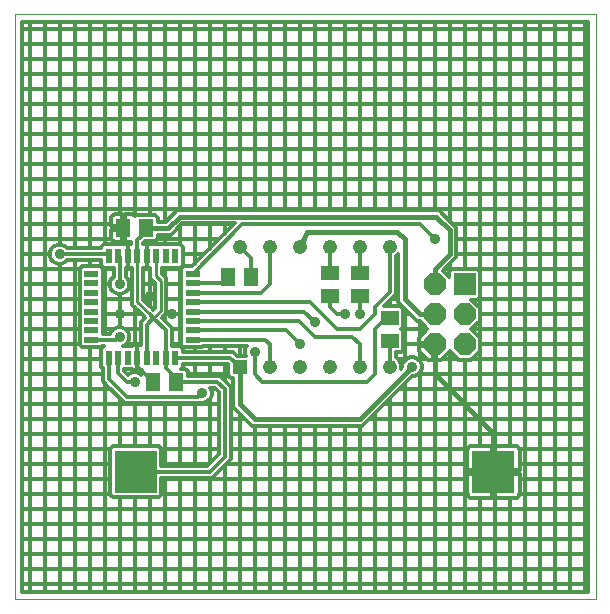
<source format=gbl>
G75*
%MOIN*%
%OFA0B0*%
%FSLAX24Y24*%
%IPPOS*%
%LPD*%
%AMOC8*
5,1,8,0,0,1.08239X$1,22.5*
%
%ADD10C,0.0000*%
%ADD11R,0.0630X0.0512*%
%ADD12R,0.0512X0.0630*%
%ADD13R,0.0220X0.0500*%
%ADD14R,0.0500X0.0220*%
%ADD15R,0.0512X0.0591*%
%ADD16R,0.0476X0.0476*%
%ADD17C,0.0476*%
%ADD18R,0.1417X0.1417*%
%ADD19R,0.0740X0.0740*%
%ADD20OC8,0.0740*%
%ADD21C,0.0120*%
%ADD22C,0.0357*%
%ADD23C,0.0160*%
%ADD24C,0.0100*%
D10*
X000660Y000660D02*
X000660Y020156D01*
X020030Y020156D01*
X020030Y000660D01*
X000660Y000660D01*
D11*
X011160Y010786D03*
X011160Y011534D03*
X012160Y011534D03*
X012160Y010786D03*
X013160Y010034D03*
X013160Y009286D03*
D12*
X008534Y011410D03*
X007786Y011410D03*
D13*
X006012Y012100D03*
X005697Y012100D03*
X005382Y012100D03*
X005067Y012100D03*
X004753Y012100D03*
X004438Y012100D03*
X004123Y012100D03*
X003808Y012100D03*
X003808Y008720D03*
X004123Y008720D03*
X004438Y008720D03*
X004753Y008720D03*
X005067Y008720D03*
X005382Y008720D03*
X005697Y008720D03*
X006012Y008720D03*
D14*
X006600Y009308D03*
X006600Y009623D03*
X006600Y009938D03*
X006600Y010253D03*
X006600Y010567D03*
X006600Y010882D03*
X006600Y011197D03*
X006600Y011512D03*
X003220Y011512D03*
X003220Y011197D03*
X003220Y010882D03*
X003220Y010567D03*
X003220Y010253D03*
X003220Y009938D03*
X003220Y009623D03*
X003220Y009308D03*
D15*
X005286Y007910D03*
X006034Y007910D03*
X005034Y013035D03*
X004286Y013035D03*
D16*
X008160Y008410D03*
D17*
X009160Y008410D03*
X010160Y008410D03*
X011160Y008410D03*
X012160Y008410D03*
X013160Y008410D03*
X013160Y012410D03*
X012160Y012410D03*
X011160Y012410D03*
X010160Y012410D03*
X009160Y012410D03*
X008160Y012410D03*
D18*
X004695Y004910D03*
X016625Y004910D03*
D19*
X015660Y011160D03*
D20*
X015660Y010160D03*
X015660Y009160D03*
X014660Y009160D03*
X014660Y010160D03*
X014660Y011160D03*
D21*
X014926Y011615D02*
X015251Y011940D01*
X015380Y012069D01*
X015380Y013050D01*
X014800Y013630D01*
X006069Y013630D01*
X005694Y013255D01*
X005430Y013255D01*
X005430Y013388D01*
X005348Y013470D01*
X004720Y013470D01*
X004673Y013423D01*
X004670Y013429D01*
X004640Y013458D01*
X004604Y013479D01*
X004563Y013490D01*
X004346Y013490D01*
X004346Y013095D01*
X004226Y013095D01*
X004226Y013490D01*
X004009Y013490D01*
X003968Y013479D01*
X003932Y013458D01*
X003902Y013429D01*
X003881Y013392D01*
X003870Y013351D01*
X003870Y013095D01*
X004226Y013095D01*
X004226Y012975D01*
X004346Y012975D01*
X004346Y012580D01*
X004553Y012580D01*
X004553Y012510D01*
X004438Y012510D01*
X004438Y012100D01*
X004438Y011690D01*
X004563Y011690D01*
X004563Y010489D01*
X004674Y010377D01*
X004960Y010091D01*
X004960Y010077D01*
X005002Y010035D01*
X004867Y009900D01*
X004867Y009130D01*
X004753Y009130D01*
X004753Y008720D01*
X004753Y008720D01*
X004753Y008310D01*
X004884Y008310D01*
X004918Y008319D01*
X004902Y008304D01*
X004881Y008267D01*
X004870Y008226D01*
X004870Y008150D01*
X004840Y008180D01*
X004723Y008228D01*
X004597Y008228D01*
X004480Y008180D01*
X004451Y008152D01*
X004323Y008280D01*
X004323Y008330D01*
X004565Y008330D01*
X004581Y008321D01*
X004621Y008310D01*
X004753Y008310D01*
X004753Y008720D01*
X004753Y008720D01*
X004753Y008443D01*
X005286Y007910D01*
X004870Y008160D02*
X004860Y008160D01*
X004660Y008228D02*
X004660Y008310D01*
X004460Y008160D02*
X004443Y008160D01*
X004410Y007910D02*
X004660Y007910D01*
X004410Y007910D02*
X004123Y008197D01*
X004123Y008720D01*
X003808Y008720D02*
X003808Y008012D01*
X004410Y007410D01*
X006785Y007410D01*
X006910Y007535D01*
X007203Y007660D02*
X007377Y007660D01*
X007327Y007710D02*
X007460Y007577D01*
X007460Y005493D01*
X007077Y005110D01*
X005544Y005110D01*
X005544Y005677D01*
X005462Y005759D01*
X003929Y005759D01*
X003847Y005677D01*
X003847Y004143D01*
X003929Y004061D01*
X005462Y004061D01*
X005544Y004143D01*
X005544Y004710D01*
X007243Y004710D01*
X007360Y004827D01*
X007860Y005327D01*
X007860Y007743D01*
X007743Y007860D01*
X007493Y008110D01*
X006430Y008110D01*
X006430Y008263D01*
X006348Y008345D01*
X006196Y008345D01*
X006262Y008412D01*
X006262Y008520D01*
X007767Y008520D01*
X007782Y008505D01*
X007782Y008114D01*
X007864Y008032D01*
X007940Y008032D01*
X007940Y007069D01*
X008440Y006569D01*
X008569Y006440D01*
X012251Y006440D01*
X013903Y008092D01*
X013973Y008092D01*
X014090Y008140D01*
X014180Y008230D01*
X014228Y008347D01*
X014228Y008473D01*
X014180Y008590D01*
X014090Y008680D01*
X013973Y008728D01*
X013847Y008728D01*
X013730Y008680D01*
X013640Y008590D01*
X013592Y008473D01*
X013592Y008403D01*
X013538Y008349D01*
X013538Y008485D01*
X013480Y008624D01*
X013374Y008730D01*
X013360Y008736D01*
X013360Y008890D01*
X013533Y008890D01*
X013615Y008972D01*
X013615Y009600D01*
X013555Y009660D01*
X014410Y009660D01*
X014425Y009674D02*
X014130Y009380D01*
X014130Y009200D01*
X014620Y009200D01*
X014620Y009120D01*
X014700Y009120D01*
X014700Y008630D01*
X014880Y008630D01*
X015174Y008925D01*
X015449Y008650D01*
X015871Y008650D01*
X016170Y008949D01*
X016170Y009371D01*
X015881Y009660D01*
X019770Y009660D01*
X019770Y010160D02*
X016170Y010160D01*
X016170Y009949D02*
X016170Y010371D01*
X015891Y010650D01*
X016088Y010650D01*
X016170Y010732D01*
X016170Y011588D01*
X016088Y011670D01*
X015232Y011670D01*
X015150Y011588D01*
X015150Y011391D01*
X014926Y011615D01*
X014971Y011660D02*
X015222Y011660D01*
X015160Y011598D02*
X015160Y011849D01*
X015380Y012160D02*
X019770Y012160D01*
X019770Y011660D02*
X016098Y011660D01*
X016160Y011598D02*
X016160Y019896D01*
X015660Y019896D02*
X015660Y011670D01*
X016170Y011160D02*
X019770Y011160D01*
X019770Y010660D02*
X016098Y010660D01*
X016160Y010722D02*
X016160Y010381D01*
X016170Y009949D02*
X015881Y009660D01*
X016160Y009381D02*
X016160Y009939D01*
X016170Y009160D02*
X019770Y009160D01*
X019770Y008660D02*
X015881Y008660D01*
X015660Y008650D02*
X015660Y000920D01*
X016160Y000920D02*
X016160Y004041D01*
X015895Y004041D02*
X016565Y004041D01*
X016565Y004850D01*
X016685Y004850D01*
X016685Y004970D01*
X017493Y004970D01*
X017493Y005640D01*
X017482Y005680D01*
X017461Y005717D01*
X017431Y005747D01*
X017395Y005768D01*
X017354Y005779D01*
X016685Y005779D01*
X016685Y004970D01*
X016565Y004970D01*
X016565Y005779D01*
X015895Y005779D01*
X015854Y005768D01*
X015818Y005747D01*
X015788Y005717D01*
X015767Y005680D01*
X015756Y005640D01*
X015756Y004970D01*
X016565Y004970D01*
X016565Y004850D01*
X015756Y004850D01*
X015756Y004180D01*
X015767Y004140D01*
X015788Y004103D01*
X015818Y004073D01*
X015854Y004052D01*
X015895Y004041D01*
X015761Y004160D02*
X005544Y004160D01*
X005160Y004061D02*
X005160Y000920D01*
X004660Y000920D02*
X004660Y004061D01*
X004160Y004061D02*
X004160Y000920D01*
X003660Y000920D02*
X003660Y007877D01*
X003608Y007930D02*
X003725Y007812D01*
X004327Y007210D01*
X006868Y007210D01*
X006874Y007217D01*
X006973Y007217D01*
X007090Y007265D01*
X007180Y007355D01*
X007228Y007472D01*
X007228Y007598D01*
X007182Y007710D01*
X007327Y007710D01*
X007410Y007910D02*
X007660Y007660D01*
X007660Y005410D01*
X007160Y004910D01*
X004695Y004910D01*
X004660Y005759D02*
X004660Y007210D01*
X005160Y007210D02*
X005160Y005759D01*
X005544Y005660D02*
X007460Y005660D01*
X007860Y005660D02*
X015761Y005660D01*
X016160Y005779D02*
X016160Y008939D01*
X015439Y008660D02*
X014910Y008660D01*
X014700Y008660D02*
X014620Y008660D01*
X014620Y008630D02*
X014620Y009120D01*
X014130Y009120D01*
X014130Y008940D01*
X014440Y008630D01*
X014620Y008630D01*
X014410Y008660D02*
X014110Y008660D01*
X014160Y008610D02*
X014160Y008910D01*
X014160Y009120D02*
X014160Y009200D01*
X014160Y009410D02*
X014160Y009939D01*
X014159Y009940D02*
X014425Y009674D01*
X014159Y009940D02*
X014069Y009940D01*
X013569Y010440D01*
X013440Y010569D01*
X013440Y012156D01*
X013374Y012090D01*
X013360Y012084D01*
X013360Y010827D01*
X013243Y010710D01*
X012963Y010430D01*
X013533Y010430D01*
X013615Y010348D01*
X013615Y009720D01*
X013555Y009660D01*
X013615Y010160D02*
X013849Y010160D01*
X013660Y010349D02*
X013660Y008610D01*
X013710Y008660D02*
X013444Y008660D01*
X013160Y008410D02*
X013160Y009286D01*
X013615Y009160D02*
X014620Y009160D01*
X014660Y009120D02*
X014660Y000920D01*
X014160Y000920D02*
X014160Y008210D01*
X014110Y008160D02*
X019770Y008160D01*
X019770Y007660D02*
X013471Y007660D01*
X013660Y007849D02*
X013660Y000920D01*
X013160Y000920D02*
X013160Y007349D01*
X012971Y007160D02*
X019770Y007160D01*
X019770Y006660D02*
X012471Y006660D01*
X012660Y006849D02*
X012660Y000920D01*
X012160Y000920D02*
X012160Y006440D01*
X011660Y006440D02*
X011660Y000920D01*
X011160Y000920D02*
X011160Y006440D01*
X010660Y006440D02*
X010660Y000920D01*
X010160Y000920D02*
X010160Y006440D01*
X009660Y006440D02*
X009660Y000920D01*
X009160Y000920D02*
X009160Y006440D01*
X008660Y006440D02*
X008660Y000920D01*
X008160Y000920D02*
X008160Y006849D01*
X008349Y006660D02*
X007860Y006660D01*
X007460Y006660D02*
X000920Y006660D01*
X000920Y006160D02*
X007460Y006160D01*
X007860Y006160D02*
X019770Y006160D01*
X019770Y005660D02*
X017488Y005660D01*
X017160Y005779D02*
X017160Y019896D01*
X016660Y019896D02*
X016660Y004970D01*
X016660Y004850D02*
X016660Y000920D01*
X017160Y000920D02*
X017160Y004041D01*
X017354Y004041D02*
X017395Y004052D01*
X017431Y004073D01*
X017461Y004103D01*
X017482Y004140D01*
X017493Y004180D01*
X017493Y004850D01*
X016685Y004850D01*
X016685Y004041D01*
X017354Y004041D01*
X017488Y004160D02*
X019770Y004160D01*
X019770Y003660D02*
X000920Y003660D01*
X000920Y003160D02*
X019770Y003160D01*
X019770Y002660D02*
X000920Y002660D01*
X000920Y002160D02*
X019770Y002160D01*
X019770Y001660D02*
X000920Y001660D01*
X000920Y001160D02*
X019770Y001160D01*
X019770Y000920D02*
X000920Y000920D01*
X000920Y019896D01*
X019770Y019896D01*
X019770Y000920D01*
X019660Y000920D02*
X019660Y019896D01*
X019770Y019660D02*
X000920Y019660D01*
X001160Y019896D02*
X001160Y000920D01*
X001660Y000920D02*
X001660Y019896D01*
X002160Y019896D02*
X002160Y012478D01*
X002223Y012478D02*
X002097Y012478D01*
X001980Y012430D01*
X001890Y012340D01*
X001842Y012223D01*
X001842Y012097D01*
X001890Y011980D01*
X001980Y011890D01*
X002097Y011842D01*
X002223Y011842D01*
X002340Y011890D01*
X002410Y011960D01*
X003558Y011960D01*
X003558Y011792D01*
X003640Y011710D01*
X003960Y011710D01*
X003960Y011410D01*
X003890Y011340D01*
X003842Y011223D01*
X003842Y011097D01*
X003890Y010980D01*
X003980Y010890D01*
X004097Y010842D01*
X004223Y010842D01*
X004340Y010890D01*
X004430Y010980D01*
X004478Y011097D01*
X004478Y011223D01*
X004430Y011340D01*
X004360Y011410D01*
X004360Y011690D01*
X004438Y011690D01*
X004438Y012100D01*
X004438Y012100D01*
X004438Y012100D01*
X004438Y012510D01*
X004306Y012510D01*
X004266Y012499D01*
X004250Y012490D01*
X003640Y012490D01*
X003558Y012408D01*
X003558Y012360D01*
X002410Y012360D01*
X002340Y012430D01*
X002223Y012478D01*
X002160Y012160D02*
X003748Y012160D01*
X003808Y012100D01*
X004123Y012100D02*
X004160Y012063D01*
X004160Y011160D01*
X004160Y010842D02*
X004160Y009728D01*
X004223Y009728D02*
X004097Y009728D01*
X003980Y009680D01*
X003890Y009590D01*
X003856Y009508D01*
X003610Y009508D01*
X003610Y011680D01*
X003528Y011762D01*
X002912Y011762D01*
X002830Y011680D01*
X002830Y009140D01*
X002912Y009058D01*
X003528Y009058D01*
X003578Y009108D01*
X003637Y009108D01*
X003558Y009028D01*
X003558Y008412D01*
X003608Y008362D01*
X003608Y007930D01*
X003608Y008160D02*
X000920Y008160D01*
X000920Y008660D02*
X003558Y008660D01*
X003160Y009058D02*
X003160Y000920D01*
X002660Y000920D02*
X002660Y011960D01*
X002830Y011660D02*
X000920Y011660D01*
X000920Y012160D02*
X001842Y012160D01*
X002160Y011842D02*
X002160Y000920D01*
X000920Y004160D02*
X003847Y004160D01*
X003847Y004660D02*
X000920Y004660D01*
X000920Y005160D02*
X003847Y005160D01*
X003847Y005660D02*
X000920Y005660D01*
X000920Y007160D02*
X007460Y007160D01*
X007160Y007335D02*
X007160Y005193D01*
X007127Y005160D02*
X005544Y005160D01*
X005660Y005110D02*
X005660Y007210D01*
X006160Y007210D02*
X006160Y005110D01*
X006160Y004710D02*
X006160Y000920D01*
X005660Y000920D02*
X005660Y004710D01*
X005544Y004660D02*
X015756Y004660D01*
X016160Y004850D02*
X016160Y004970D01*
X015756Y005160D02*
X007693Y005160D01*
X007660Y005127D02*
X007660Y000920D01*
X007160Y000920D02*
X007160Y004710D01*
X006660Y004710D02*
X006660Y000920D01*
X006660Y005110D02*
X006660Y007210D01*
X006034Y007910D02*
X007410Y007910D01*
X007660Y007943D02*
X007660Y008520D01*
X007850Y008720D02*
X008160Y008410D01*
X008160Y008788D02*
X008160Y009108D01*
X008342Y008973D02*
X008342Y008847D01*
X008366Y008788D01*
X008065Y008788D01*
X007933Y008920D01*
X006262Y008920D01*
X006262Y009028D01*
X006180Y009110D01*
X005897Y009110D01*
X005897Y009705D01*
X005561Y010042D01*
X005725Y010206D01*
X005725Y011364D01*
X005614Y011475D01*
X005572Y011516D01*
X005572Y011710D01*
X006180Y011710D01*
X006262Y011792D01*
X006262Y012408D01*
X006180Y012490D01*
X005255Y012490D01*
X005239Y012499D01*
X005199Y012510D01*
X005067Y012510D01*
X004953Y012510D01*
X004953Y012545D01*
X005008Y012600D01*
X005348Y012600D01*
X005430Y012682D01*
X005430Y012815D01*
X005876Y012815D01*
X006005Y012944D01*
X006251Y013190D01*
X007995Y013190D01*
X006567Y011762D01*
X006292Y011762D01*
X006210Y011680D01*
X006210Y009140D01*
X006292Y009058D01*
X006908Y009058D01*
X006958Y009108D01*
X008407Y009108D01*
X008390Y009090D01*
X008342Y008973D01*
X008660Y008910D02*
X008660Y008160D01*
X008910Y007910D01*
X012410Y007910D01*
X012660Y008160D01*
X012660Y009660D01*
X013034Y010034D01*
X013160Y010034D01*
X013160Y010430D02*
X013160Y010627D01*
X013193Y010660D02*
X013440Y010660D01*
X013160Y010910D02*
X013160Y012410D01*
X013360Y011660D02*
X013440Y011660D01*
X013440Y011160D02*
X013360Y011160D01*
X013160Y010910D02*
X012660Y010410D01*
X012660Y010160D01*
X012160Y009660D01*
X011410Y009660D01*
X010503Y010567D01*
X006600Y010567D01*
X006600Y010253D02*
X010317Y010253D01*
X010660Y009910D01*
X010660Y009410D02*
X011910Y009410D01*
X012160Y009160D01*
X012160Y008410D01*
X010660Y009410D02*
X010132Y009938D01*
X006600Y009938D01*
X006600Y009623D02*
X009697Y009623D01*
X010160Y009160D01*
X009160Y009160D02*
X009160Y008410D01*
X009160Y009160D02*
X009012Y009308D01*
X006600Y009308D01*
X006660Y009058D02*
X006660Y008920D01*
X006660Y008520D02*
X006660Y008110D01*
X006430Y008160D02*
X007782Y008160D01*
X007850Y008720D02*
X006012Y008720D01*
X005697Y008720D02*
X005697Y008373D01*
X005910Y008160D01*
X005910Y008034D01*
X006034Y007910D01*
X005697Y008720D02*
X005697Y009623D01*
X005285Y010035D01*
X005067Y009817D01*
X005067Y008720D01*
X004753Y008720D02*
X004753Y009130D01*
X004621Y009130D01*
X004581Y009119D01*
X004565Y009110D01*
X004268Y009110D01*
X004340Y009140D01*
X004430Y009230D01*
X004478Y009347D01*
X004478Y009473D01*
X004430Y009590D01*
X004340Y009680D01*
X004223Y009728D01*
X004360Y009660D02*
X004867Y009660D01*
X004891Y010160D02*
X003610Y010160D01*
X003610Y009660D02*
X003960Y009660D01*
X004160Y009410D02*
X004058Y009308D01*
X003220Y009308D01*
X002830Y009160D02*
X000920Y009160D01*
X000920Y009660D02*
X002830Y009660D01*
X002830Y010160D02*
X000920Y010160D01*
X000920Y010660D02*
X002830Y010660D01*
X002830Y011160D02*
X000920Y011160D01*
X000920Y012660D02*
X003891Y012660D01*
X003881Y012678D02*
X003902Y012641D01*
X003932Y012612D01*
X003968Y012591D01*
X004009Y012580D01*
X004226Y012580D01*
X004226Y012975D01*
X003870Y012975D01*
X003870Y012719D01*
X003881Y012678D01*
X003660Y012490D02*
X003660Y019896D01*
X003160Y019896D02*
X003160Y012360D01*
X003160Y011960D02*
X003160Y011762D01*
X003610Y011660D02*
X003960Y011660D01*
X004360Y011660D02*
X004563Y011660D01*
X004943Y011660D02*
X005192Y011660D01*
X005192Y011690D02*
X005192Y011359D01*
X005345Y011206D01*
X005345Y010364D01*
X005292Y010311D01*
X005243Y010360D01*
X005229Y010360D01*
X004943Y010646D01*
X004943Y011690D01*
X005067Y011690D01*
X005067Y012100D01*
X005067Y012510D01*
X005067Y012100D01*
X005067Y012100D01*
X005067Y012100D01*
X005067Y011690D01*
X005192Y011690D01*
X005160Y011690D02*
X005160Y010429D01*
X005345Y010660D02*
X004943Y010660D01*
X004563Y010660D02*
X003610Y010660D01*
X003610Y011160D02*
X003842Y011160D01*
X003660Y011710D02*
X003660Y009508D01*
X004360Y009160D02*
X004867Y009160D01*
X004660Y009130D02*
X004660Y010391D01*
X005160Y010160D02*
X005285Y010035D01*
X005660Y009943D02*
X005660Y010141D01*
X005679Y010160D02*
X006210Y010160D01*
X006210Y009660D02*
X005897Y009660D01*
X005897Y009160D02*
X006210Y009160D01*
X006160Y009110D02*
X006160Y011710D01*
X006210Y011660D02*
X005572Y011660D01*
X005660Y011710D02*
X005660Y011429D01*
X005725Y011160D02*
X006210Y011160D01*
X006600Y011197D02*
X007573Y011197D01*
X007786Y011410D01*
X008534Y011410D02*
X008534Y012036D01*
X008160Y012410D01*
X007660Y012855D02*
X007660Y013190D01*
X007965Y013160D02*
X006221Y013160D01*
X006160Y013099D02*
X006160Y012490D01*
X006262Y012160D02*
X006965Y012160D01*
X007160Y012355D02*
X007160Y013190D01*
X007160Y013630D02*
X007160Y019896D01*
X007660Y019896D02*
X007660Y013630D01*
X008160Y013630D02*
X008160Y019896D01*
X008660Y019896D02*
X008660Y013630D01*
X009160Y013630D02*
X009160Y019896D01*
X009660Y019896D02*
X009660Y013630D01*
X010160Y013630D02*
X010160Y019896D01*
X010660Y019896D02*
X010660Y013630D01*
X011160Y013630D02*
X011160Y019896D01*
X011660Y019896D02*
X011660Y013630D01*
X012160Y013630D02*
X012160Y019896D01*
X012660Y019896D02*
X012660Y013630D01*
X013160Y013630D02*
X013160Y019896D01*
X013660Y019896D02*
X013660Y013630D01*
X014160Y013630D02*
X014160Y019896D01*
X014660Y019896D02*
X014660Y013630D01*
X015160Y013270D02*
X015160Y019896D01*
X017660Y019896D02*
X017660Y000920D01*
X018160Y000920D02*
X018160Y019896D01*
X018660Y019896D02*
X018660Y000920D01*
X019160Y000920D02*
X019160Y019896D01*
X019770Y019160D02*
X000920Y019160D01*
X000920Y018660D02*
X019770Y018660D01*
X019770Y018160D02*
X000920Y018160D01*
X000920Y017660D02*
X019770Y017660D01*
X019770Y017160D02*
X000920Y017160D01*
X000920Y016660D02*
X019770Y016660D01*
X019770Y016160D02*
X000920Y016160D01*
X000920Y015660D02*
X019770Y015660D01*
X019770Y015160D02*
X000920Y015160D01*
X000920Y014660D02*
X019770Y014660D01*
X019770Y014160D02*
X000920Y014160D01*
X000920Y013660D02*
X019770Y013660D01*
X019770Y013160D02*
X015270Y013160D01*
X015380Y012660D02*
X019770Y012660D01*
X015160Y008910D02*
X015160Y000920D01*
X016565Y004160D02*
X016685Y004160D01*
X016685Y004660D02*
X016565Y004660D01*
X016565Y005160D02*
X016685Y005160D01*
X017160Y004970D02*
X017160Y004850D01*
X017493Y004660D02*
X019770Y004660D01*
X019770Y005160D02*
X017493Y005160D01*
X016685Y005660D02*
X016565Y005660D01*
X012160Y010160D02*
X012160Y010786D01*
X011660Y010160D02*
X011410Y010160D01*
X011160Y010410D01*
X011160Y010786D01*
X011160Y011534D02*
X011160Y012410D01*
X012160Y012410D02*
X012160Y011534D01*
X014160Y013160D02*
X008248Y013160D01*
X006600Y011512D01*
X006660Y011855D02*
X006660Y013190D01*
X006660Y013630D02*
X006660Y019896D01*
X006160Y019896D02*
X006160Y013630D01*
X005660Y013255D02*
X005660Y019896D01*
X005160Y019896D02*
X005160Y013470D01*
X005034Y013035D02*
X005034Y012909D01*
X004753Y012628D01*
X004753Y012100D01*
X004438Y012160D02*
X004438Y012160D01*
X004160Y012490D02*
X004160Y012580D01*
X004226Y012660D02*
X004346Y012660D01*
X004160Y012975D02*
X004160Y013095D01*
X004226Y013160D02*
X004346Y013160D01*
X004160Y013490D02*
X004160Y019896D01*
X004660Y019896D02*
X004660Y013438D01*
X003870Y013160D02*
X000920Y013160D01*
X002660Y012360D02*
X002660Y019896D01*
X006005Y012944D02*
X006005Y012944D01*
X005660Y012815D02*
X005660Y012490D01*
X005408Y012660D02*
X007465Y012660D01*
X009160Y012410D02*
X009160Y011160D01*
X008882Y010882D01*
X006600Y010882D01*
X006210Y010660D02*
X005725Y010660D01*
X005345Y011160D02*
X004943Y011160D01*
X004563Y011160D02*
X004478Y011160D01*
X005067Y012160D02*
X005067Y012160D01*
X005160Y012510D02*
X005160Y012600D01*
X007160Y009108D02*
X007160Y008920D01*
X007160Y008520D02*
X007160Y008110D01*
X007860Y007660D02*
X007940Y007660D01*
X007940Y007160D02*
X007860Y007160D01*
X007660Y008920D02*
X007660Y009108D01*
X004753Y008660D02*
X004753Y008660D01*
X003877Y007660D02*
X000920Y007660D01*
X004160Y007377D02*
X004160Y005759D01*
X014160Y013160D02*
X014660Y012660D01*
D22*
X014660Y012660D03*
X012160Y010160D03*
X011660Y010160D03*
X010660Y009910D03*
X010160Y009160D03*
X008660Y008910D03*
X006910Y007535D03*
X004660Y007910D03*
X004160Y009410D03*
X004160Y010160D03*
X004160Y011160D03*
X005160Y010785D03*
X005910Y010160D03*
X002160Y012160D03*
X013910Y008410D03*
D23*
X012160Y006660D01*
X008660Y006660D01*
X008160Y007160D01*
X008160Y008410D01*
X010160Y012410D02*
X010410Y012910D01*
X013410Y012910D01*
X013660Y012660D01*
X013660Y010660D01*
X014160Y010160D01*
X014660Y010160D01*
X014660Y009160D02*
X014660Y008160D01*
X016625Y006195D01*
X016625Y004910D01*
X014660Y011160D02*
X014660Y011660D01*
X015160Y012160D01*
X015160Y012959D01*
X014709Y013410D01*
X006160Y013410D01*
X005785Y013035D01*
X005034Y013035D01*
D24*
X004753Y012100D02*
X004753Y010567D01*
X005160Y010160D01*
X005285Y010035D02*
X005535Y010285D01*
X005535Y011285D01*
X005382Y011438D01*
X005382Y012100D01*
M02*

</source>
